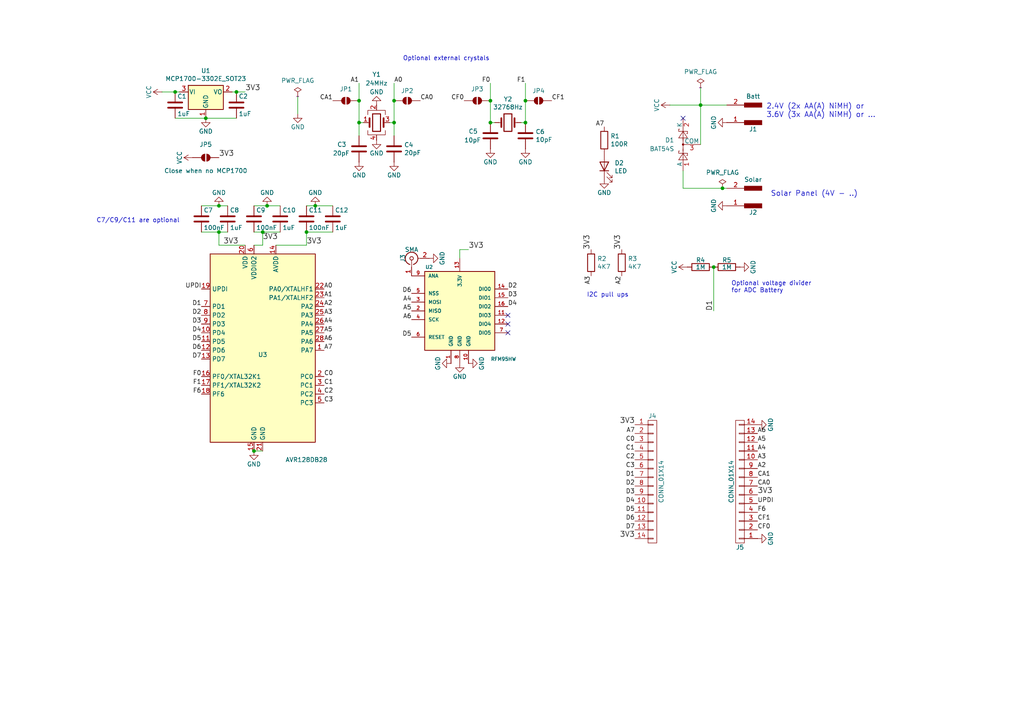
<source format=kicad_sch>
(kicad_sch (version 20250114) (generator "eeschema") (generator_version "9.0")
  (paper "A4")
  (title_block (title "AVR RFM95 Board") (date "2021-09-19") (rev "1.1") (company "http://v7f.eu"))
  (lib_symbols
    (symbol "AVR:AVR128DB28"
      (property "Reference" "U" (at -15.24 27.94 0))
      (property "Value" "AVR128DB28" (at 2.54 -29.21 0))
      (symbol "AVR128DB28_0_0"
        (pin bidirectional line (at -17.78 -11.43 0) (length 2.54) (name "PF1/XTAL32K2") (number "17"))
        (pin bidirectional line (at -17.78 -13.97 0) (length 2.54) (name "PF6") (number "18"))
      )
      (symbol "AVR128DB28_0_1"
        (rectangle (start -15.24 26.67) (end 15.24 -27.94) (stroke (width 0.254)) (fill (type background)))
      )
      (symbol "AVR128DB28_1_1"
        (pin bidirectional line (at -17.78 16.51 0) (length 2.54) (name "UPDI") (number "19"))
        (pin bidirectional line (at -17.78 11.43 0) (length 2.54) (name "PD1") (number "7"))
        (pin bidirectional line (at -17.78 8.89 0) (length 2.54) (name "PD2") (number "8"))
        (pin bidirectional line (at -17.78 6.35 0) (length 2.54) (name "PD3") (number "9"))
        (pin bidirectional line (at -17.78 3.81 0) (length 2.54) (name "PD4") (number "10"))
        (pin bidirectional line (at -17.78 1.27 0) (length 2.54) (name "PD5") (number "11"))
        (pin bidirectional line (at -17.78 -1.27 0) (length 2.54) (name "PD6") (number "12"))
        (pin bidirectional line (at -17.78 -3.81 0) (length 2.54) (name "PD7") (number "13"))
        (pin bidirectional line (at -17.78 -8.89 0) (length 2.54) (name "PF0/XTAL32K1") (number "16"))
        (pin power_in line (at -5.08 29.21 270) (length 2.54) (name "VDD") (number "20"))
        (pin power_in line (at -2.54 29.21 270) (length 2.54) (name "VDDIO2") (number "6"))
        (pin power_in line (at -2.54 -30.48 90) (length 2.54) (name "GND") (number "15"))
        (pin power_in line (at 0 -30.48 90) (length 2.54) (name "GND") (number "21"))
        (pin power_in line (at 3.81 29.21 270) (length 2.54) (name "AVDD") (number "14"))
        (pin bidirectional line (at 17.78 16.51 180) (length 2.54) (name "PA0/XTALHF1") (number "22"))
        (pin bidirectional line (at 17.78 13.97 180) (length 2.54) (name "PA1/XTALHF2") (number "23"))
        (pin bidirectional line (at 17.78 11.43 180) (length 2.54) (name "PA2") (number "24"))
        (pin bidirectional line (at 17.78 8.89 180) (length 2.54) (name "PA3") (number "25"))
        (pin bidirectional line (at 17.78 6.35 180) (length 2.54) (name "PA4") (number "26"))
        (pin bidirectional line (at 17.78 3.81 180) (length 2.54) (name "PA5") (number "27"))
        (pin bidirectional line (at 17.78 1.27 180) (length 2.54) (name "PA6") (number "28"))
        (pin bidirectional line (at 17.78 -1.27 180) (length 2.54) (name "PA7") (number "1"))
        (pin bidirectional line (at 17.78 -8.89 180) (length 2.54) (name "PC0") (number "2"))
        (pin bidirectional line (at 17.78 -11.43 180) (length 2.54) (name "PC1") (number "3"))
        (pin bidirectional line (at 17.78 -13.97 180) (length 2.54) (name "PC2") (number "4"))
        (pin bidirectional line (at 17.78 -16.51 180) (length 2.54) (name "PC3") (number "5"))
      )
    )
    (symbol "Connector:Conn_Coaxial" (pin_names (offset 1.016) (hide yes))
      (property "Reference" "J" (at 0.254 3.048 0))
      (property "Value" "Conn_Coaxial" (at 2.921 0 90))
      (symbol "Conn_Coaxial_0_1"
        (polyline (pts (xy -2.54 0) (xy -0.508 0)))
        (arc (start 1.778 0) (mid 0.222 -1.8079) (end -1.778 -0.508) (stroke (width 0.254)))
        (arc (start -1.778 0.508) (mid 0.2221 1.8084) (end 1.778 0) (stroke (width 0.254)))
        (circle (center 0 0) (radius 0.508) (stroke (width 0.2032)))
        (polyline (pts (xy 0 -2.54) (xy 0 -1.778)))
      )
      (symbol "Conn_Coaxial_1_1"
        (pin passive line (at -5.08 0 0) (length 2.54) (name "In") (number "1"))
        (pin passive line (at 0 -5.08 90) (length 2.54) (name "Ext") (number "2"))
      )
    )
    (symbol "Device:C" (pin_numbers (hide yes)) (pin_names (offset 0.254))
      (property "Reference" "C" (at 0.635 2.54 0))
      (property "Value" "C" (at 0.635 -2.54 0))
      (symbol "C_0_1"
        (polyline (pts (xy -2.032 0.762) (xy 2.032 0.762)) (stroke (width 0.508)))
        (polyline (pts (xy -2.032 -0.762) (xy 2.032 -0.762)) (stroke (width 0.508)))
      )
      (symbol "C_1_1"
        (pin passive line (at 0 3.81 270) (length 2.794) (name "~") (number "1"))
        (pin passive line (at 0 -3.81 90) (length 2.794) (name "~") (number "2"))
      )
    )
    (symbol "Device:Crystal" (pin_numbers (hide yes)) (pin_names (offset 1.016) (hide yes))
      (property "Reference" "Y" (at 0 3.81 0))
      (property "Value" "Crystal" (at 0 -3.81 0))
      (symbol "Crystal_0_1"
        (polyline (pts (xy -2.54 0) (xy -1.905 0)))
        (polyline (pts (xy -1.905 -1.27) (xy -1.905 1.27)) (stroke (width 0.508)))
        (rectangle (start -1.143 2.54) (end 1.143 -2.54) (stroke (width 0.3048)))
        (polyline (pts (xy 1.905 -1.27) (xy 1.905 1.27)) (stroke (width 0.508)))
        (polyline (pts (xy 2.54 0) (xy 1.905 0)))
      )
      (symbol "Crystal_1_1"
        (pin passive line (at -3.81 0 0) (length 1.27) (name "1") (number "1"))
        (pin passive line (at 3.81 0 180) (length 1.27) (name "2") (number "2"))
      )
    )
    (symbol "Device:Crystal_GND24" (pin_names (offset 1.016) (hide yes))
      (property "Reference" "Y" (at 3.175 5.08 0))
      (property "Value" "Crystal_GND24" (at 3.175 3.175 0))
      (symbol "Crystal_GND24_0_1"
        (polyline (pts (xy -2.54 2.286) (xy -2.54 3.556) (xy 2.54 3.556) (xy 2.54 2.286)))
        (polyline (pts (xy -2.54 0) (xy -2.032 0)))
        (polyline (pts (xy -2.54 -2.286) (xy -2.54 -3.556) (xy 2.54 -3.556) (xy 2.54 -2.286)))
        (polyline (pts (xy -2.032 -1.27) (xy -2.032 1.27)) (stroke (width 0.508)))
        (rectangle (start -1.143 2.54) (end 1.143 -2.54) (stroke (width 0.3048)))
        (polyline (pts (xy 0 3.556) (xy 0 3.81)))
        (polyline (pts (xy 0 -3.81) (xy 0 -3.556)))
        (polyline (pts (xy 2.032 0) (xy 2.54 0)))
        (polyline (pts (xy 2.032 -1.27) (xy 2.032 1.27)) (stroke (width 0.508)))
      )
      (symbol "Crystal_GND24_1_1"
        (pin passive line (at -3.81 0 0) (length 1.27) (name "1") (number "1"))
        (pin passive line (at 0 5.08 270) (length 1.27) (name "2") (number "2"))
        (pin passive line (at 0 -5.08 90) (length 1.27) (name "4") (number "4"))
        (pin passive line (at 3.81 0 180) (length 1.27) (name "3") (number "3"))
      )
    )
    (symbol "Device:LED" (pin_numbers (hide yes)) (pin_names (offset 1.016) (hide yes))
      (property "Reference" "D" (at 0 2.54 0))
      (property "Value" "LED" (at 0 -2.54 0))
      (symbol "LED_0_1"
        (polyline (pts (xy -3.048 -0.762) (xy -4.572 -2.286) (xy -3.81 -2.286) (xy -4.572 -2.286) (xy -4.572 -1.524)))
        (polyline (pts (xy -1.778 -0.762) (xy -3.302 -2.286) (xy -2.54 -2.286) (xy -3.302 -2.286) (xy -3.302 -1.524)))
        (polyline (pts (xy -1.27 0) (xy 1.27 0)))
        (polyline (pts (xy -1.27 -1.27) (xy -1.27 1.27)) (stroke (width 0.254)))
        (polyline (pts (xy 1.27 -1.27) (xy 1.27 1.27) (xy -1.27 0) (xy 1.27 -1.27)) (stroke (width 0.254)))
      )
      (symbol "LED_1_1"
        (pin passive line (at -3.81 0 0) (length 2.54) (name "K") (number "1"))
        (pin passive line (at 3.81 0 180) (length 2.54) (name "A") (number "2"))
      )
    )
    (symbol "Device:R" (pin_numbers (hide yes)) (pin_names (offset 0))
      (property "Reference" "R" (at 2.032 0 90))
      (property "Value" "R" (at 0 0 90))
      (symbol "R_0_1"
        (rectangle (start -1.016 -2.54) (end 1.016 2.54) (stroke (width 0.254)))
      )
      (symbol "R_1_1"
        (pin passive line (at 0 3.81 270) (length 1.27) (name "~") (number "1"))
        (pin passive line (at 0 -3.81 90) (length 1.27) (name "~") (number "2"))
      )
    )
    (symbol "Diode:BAT54S" (pin_names (offset 0))
      (property "Reference" "D" (at 2.54 -5.08 0))
      (property "Value" "BAT54S" (at -6.35 3.175 0))
      (symbol "BAT54S_0_1"
        (polyline (pts (xy -4.445 1.27) (xy -4.445 -1.27) (xy -2.54 0) (xy -4.445 1.27)))
        (polyline (pts (xy -3.81 0) (xy -1.27 0)))
        (polyline (pts (xy -3.175 -1.27) (xy -3.175 -1.016)))
        (polyline (pts (xy -2.54 1.27) (xy -1.905 1.27)))
        (polyline (pts (xy -2.54 -1.27) (xy -3.175 -1.27)))
        (polyline (pts (xy -2.54 -1.27) (xy -2.54 1.27)))
        (polyline (pts (xy -1.905 1.27) (xy -1.905 1.016)))
        (polyline (pts (xy -1.905 0) (xy 1.905 0)))
        (circle (center 0 0) (radius 0.254) (fill (type outline)))
        (polyline (pts (xy 1.27 0) (xy 3.81 0)))
        (polyline (pts (xy 1.905 1.27) (xy 1.905 -1.27) (xy 3.81 0) (xy 1.905 1.27)))
        (polyline (pts (xy 3.175 -1.27) (xy 3.175 -1.016)))
        (polyline (pts (xy 3.81 1.27) (xy 4.445 1.27)))
        (polyline (pts (xy 3.81 -1.27) (xy 3.175 -1.27)))
        (polyline (pts (xy 3.81 -1.27) (xy 3.81 1.27)))
        (polyline (pts (xy 4.445 1.27) (xy 4.445 1.016)))
      )
      (symbol "BAT54S_1_1"
        (pin passive line (at -7.62 0 0) (length 3.81) (name "A") (number "1"))
        (pin passive line (at 0 -5.08 90) (length 5.08) (name "COM") (number "3"))
        (pin passive line (at 7.62 0 180) (length 3.81) (name "K") (number "2"))
      )
    )
    (symbol "Jumper:SolderJumper_2_Open" (pin_numbers (hide yes)) (pin_names (offset 0) (hide yes)) (exclude_from_sim yes) (in_bom no)
      (property "Reference" "JP" (at 0 2.032 0))
      (property "Value" "SolderJumper_2_Open" (at 0 -2.54 0))
      (symbol "SolderJumper_2_Open_0_1"
        (polyline (pts (xy -0.254 1.016) (xy -0.254 -1.016)))
        (arc (start -0.254 -1.016) (mid -1.2656 0) (end -0.254 1.016))
        (arc (start -0.254 -1.016) (mid -1.2656 0) (end -0.254 1.016) (fill (type outline)))
        (arc (start 0.254 1.016) (mid 1.2656 0) (end 0.254 -1.016))
        (arc (start 0.254 1.016) (mid 1.2656 0) (end 0.254 -1.016) (fill (type outline)))
        (polyline (pts (xy 0.254 1.016) (xy 0.254 -1.016)))
      )
      (symbol "SolderJumper_2_Open_1_1"
        (pin passive line (at -3.81 0 0) (length 2.54) (name "A") (number "1"))
        (pin passive line (at 3.81 0 180) (length 2.54) (name "B") (number "2"))
      )
    )
    (symbol "RFM95:RFM95HW" (pin_names (offset 1.016))
      (property "Reference" "U" (at -8.89 6.35 0))
      (property "Value" "RFM95HW" (at 6.35 -19.05 0))
      (property "Datasheet" "https://cdn-learn.adafruit.com/assets/assets/000/031/659/original/RFM95_96_97_98W.pdf?1460518717" (at 0 0 0))
      (symbol "RFM95HW_0_1"
        (rectangle (start -10.16 5.08) (end 10.16 -17.78) (stroke (width 0.254)) (fill (type background)))
      )
      (symbol "RFM95HW_1_1"
        (pin passive line (at -13.97 3.81 0) (length 3.81) (name "ANA") (number "9"))
        (pin input line (at -13.97 -1.27 0) (length 3.81) (name "NSS") (number "5"))
        (pin input line (at -13.97 -3.81 0) (length 3.81) (name "MOSI") (number "3"))
        (pin tri_state line (at -13.97 -6.35 0) (length 3.81) (name "MISO") (number "2"))
        (pin input line (at -13.97 -8.89 0) (length 3.81) (name "SCK") (number "4"))
        (pin bidirectional line (at -13.97 -13.97 0) (length 3.81) (name "RESET") (number "6"))
        (pin power_in line (at -2.54 -21.59 90) (length 3.81) (name "GND") (number "1"))
        (pin power_in line (at 0 8.89 270) (length 3.81) (name "3.3V") (number "13"))
        (pin power_in line (at 0 -21.59 90) (length 3.81) (name "GND") (number "8"))
        (pin power_in line (at 2.54 -21.59 90) (length 3.81) (name "GND") (number "10"))
        (pin bidirectional line (at 13.97 0 180) (length 3.81) (name "DIO0") (number "14"))
        (pin bidirectional line (at 13.97 -2.54 180) (length 3.81) (name "DIO1") (number "15"))
        (pin bidirectional line (at 13.97 -5.08 180) (length 3.81) (name "DIO2") (number "16"))
        (pin bidirectional line (at 13.97 -7.62 180) (length 3.81) (name "DIO3") (number "11"))
        (pin bidirectional line (at 13.97 -10.16 180) (length 3.81) (name "DIO4") (number "12"))
        (pin bidirectional line (at 13.97 -12.7 180) (length 3.81) (name "DIO5") (number "7"))
      )
    )
    (symbol "Regulator_Linear:MCP1700x-330xxTT" (pin_names (offset 0.254))
      (property "Reference" "U" (at -3.81 3.175 0))
      (property "Value" "MCP1700x-330xxTT" (at 0 3.175 0))
      (symbol "MCP1700x-330xxTT_0_1"
        (rectangle (start -5.08 1.905) (end 5.08 -5.08) (stroke (width 0.254)) (fill (type background)))
      )
      (symbol "MCP1700x-330xxTT_1_1"
        (pin power_in line (at -7.62 0 0) (length 2.54) (name "VI") (number "3"))
        (pin power_in line (at 0 -7.62 90) (length 2.54) (name "GND") (number "1"))
        (pin power_out line (at 7.62 0 180) (length 2.54) (name "VO") (number "2"))
      )
    )
    (symbol "STM-LORA-rescue:C" (pin_numbers (hide yes)) (pin_names (offset 0.254))
      (property "Reference" "C" (at 0.635 2.54 0))
      (property "Value" "C" (at 0.635 -2.54 0))
      (symbol "C_0_1"
        (polyline (pts (xy -2.032 0.762) (xy 2.032 0.762)) (stroke (width 0.508)))
        (polyline (pts (xy -2.032 -0.762) (xy 2.032 -0.762)) (stroke (width 0.508)))
      )
      (symbol "C_1_1"
        (pin passive line (at 0 3.81 270) (length 2.794) (name "~") (number "1"))
        (pin passive line (at 0 -3.81 90) (length 2.794) (name "~") (number "2"))
      )
    )
    (symbol "STM-LORA-rescue:CONN_01X02_MALE" (pin_names (offset 1.016) (hide yes))
      (property "Reference" "J" (at 0 4.445 0))
      (property "Value" "CONN_01X02_MALE" (at 0 -5.08 0))
      (symbol "CONN_01X02_MALE_0_1"
        (rectangle (start -2.54 3.175) (end -2.54 3.175))
        (rectangle (start -2.54 -1.905) (end 2.54 -3.175) (fill (type outline)))
        (rectangle (start 2.54 3.175) (end -2.54 1.905) (fill (type outline)))
      )
      (symbol "CONN_01X02_MALE_1_1"
        (pin passive line (at 7.62 2.54 180) (length 5.08) (name "1") (number "1"))
        (pin passive line (at 7.62 -2.54 180) (length 5.08) (name "2") (number "2"))
      )
    )
    (symbol "STM-LORA-rescue:CONN_01X14" (pin_names (offset 1.016) (hide yes))
      (property "Reference" "J" (at 0 19.05 0))
      (property "Value" "CONN_01X14" (at 2.54 0 90))
      (symbol "CONN_01X14_0_1"
        (rectangle (start -1.27 17.78) (end 1.27 -17.78))
        (rectangle (start -1.27 16.637) (end 0.254 16.383))
        (rectangle (start -1.27 14.097) (end 0.254 13.843))
        (rectangle (start -1.27 11.557) (end 0.254 11.303))
        (rectangle (start -1.27 9.017) (end 0.254 8.763))
        (rectangle (start -1.27 6.477) (end 0.254 6.223))
        (rectangle (start -1.27 3.937) (end 0.254 3.683))
        (rectangle (start -1.27 1.397) (end 0.254 1.143))
        (rectangle (start -1.27 -1.143) (end 0.254 -1.397))
        (rectangle (start -1.27 -3.683) (end 0.254 -3.937))
        (rectangle (start -1.27 -6.223) (end 0.254 -6.477))
        (rectangle (start -1.27 -8.763) (end 0.254 -9.017))
        (rectangle (start -1.27 -11.303) (end 0.254 -11.557))
        (rectangle (start -1.27 -13.843) (end 0.254 -14.097))
        (rectangle (start -1.27 -16.383) (end 0.254 -16.637))
      )
      (symbol "CONN_01X14_1_1"
        (pin passive line (at -5.08 16.51 0) (length 3.81) (name "P1") (number "1"))
        (pin passive line (at -5.08 13.97 0) (length 3.81) (name "P2") (number "2"))
        (pin passive line (at -5.08 11.43 0) (length 3.81) (name "P3") (number "3"))
        (pin passive line (at -5.08 8.89 0) (length 3.81) (name "P4") (number "4"))
        (pin passive line (at -5.08 6.35 0) (length 3.81) (name "P5") (number "5"))
        (pin passive line (at -5.08 3.81 0) (length 3.81) (name "P6") (number "6"))
        (pin passive line (at -5.08 1.27 0) (length 3.81) (name "P7") (number "7"))
        (pin passive line (at -5.08 -1.27 0) (length 3.81) (name "P8") (number "8"))
        (pin passive line (at -5.08 -3.81 0) (length 3.81) (name "P9") (number "9"))
        (pin passive line (at -5.08 -6.35 0) (length 3.81) (name "P10") (number "10"))
        (pin passive line (at -5.08 -8.89 0) (length 3.81) (name "P11") (number "11"))
        (pin passive line (at -5.08 -11.43 0) (length 3.81) (name "P12") (number "12"))
        (pin passive line (at -5.08 -13.97 0) (length 3.81) (name "P13") (number "13"))
        (pin passive line (at -5.08 -16.51 0) (length 3.81) (name "P14") (number "14"))
      )
    )
    (symbol "STM-LORA-rescue:R" (pin_numbers (hide yes)) (pin_names (offset 0))
      (property "Reference" "R" (at 2.032 0 90))
      (property "Value" "R" (at 0 0 90))
      (symbol "R_0_1"
        (rectangle (start -1.016 -2.54) (end 1.016 2.54) (stroke (width 0.254)))
      )
      (symbol "R_1_1"
        (pin passive line (at 0 3.81 270) (length 1.27) (name "~") (number "1"))
        (pin passive line (at 0 -3.81 90) (length 1.27) (name "~") (number "2"))
      )
    )
    (symbol "power:GND" (power) (pin_numbers (hide yes)) (pin_names (offset 0) (hide yes))
      (property "Value" "GND" (at 0 -3.81 0))
      (symbol "GND_0_1"
        (polyline (pts (xy 0 0) (xy 0 -1.27) (xy 1.27 -1.27) (xy 0 -2.54) (xy -1.27 -1.27) (xy 0 -1.27)))
      )
      (symbol "GND_1_1"
        (pin power_in line (at 0 0 270) (length 0) (name "~") (number "1"))
      )
    )
    (symbol "power:PWR_FLAG" (power) (pin_numbers (hide yes)) (pin_names (offset 0) (hide yes))
      (property "Value" "PWR_FLAG" (at 0 3.81 0))
      (symbol "PWR_FLAG_0_0"
        (pin power_out line (at 0 0 90) (length 0) (name "~") (number "1"))
      )
      (symbol "PWR_FLAG_0_1"
        (polyline (pts (xy 0 0) (xy 0 1.27) (xy -1.016 1.905) (xy 0 2.54) (xy 1.016 1.905) (xy 0 1.27)))
      )
    )
    (symbol "power:VCC" (power) (pin_numbers (hide yes)) (pin_names (offset 0) (hide yes))
      (property "Value" "VCC" (at 0 3.556 0))
      (symbol "VCC_0_1"
        (polyline (pts (xy -0.762 1.27) (xy 0 2.54)))
        (polyline (pts (xy 0 2.54) (xy 0.762 1.27)))
        (polyline (pts (xy 0 0) (xy 0 2.54)))
      )
      (symbol "VCC_1_1"
        (pin power_in line (at 0 0 90) (length 0) (name "~") (number "1"))
      )
    )
  )
  (text "Optional external crystals" (at 116.84 17.78 0) (effects (font (size 1.27 1.27)) (justify left bottom)))
  (text "Solar Panel (4V - ..)" (at 223.52 57.15 0) (effects (font (size 1.524 1.524)) (justify left bottom)))
  (text "C7/C9/C11 are optional" (at 27.94 64.77 0) (effects (font (size 1.27 1.27)) (justify left bottom)))
  (text "I2C pull ups" (at 170.18 86.36 0) (effects (font (size 1.27 1.27)) (justify left bottom)))
  (text "2.4V (2x AA(A) NiMH) or\n3.6V (3x AA(A) NiMH) or ..." (at 222.25 34.29 0) (effects (font (size 1.524 1.524)) (justify left bottom)))
  (text "Optional voltage divider\nfor ADC Battery" (at 212.09 85.09 0) (effects (font (size 1.27 1.27)) (justify left bottom)))
  (junction (at 73.66 130.81))
  (junction (at 207.01 77.47))
  (junction (at 209.55 54.61))
  (junction (at 50.8 26.67))
  (junction (at 114.3 35.56))
  (junction (at 77.47 59.69))
  (junction (at 63.5 59.69))
  (junction (at 104.14 29.21))
  (junction (at 91.44 59.69))
  (junction (at 68.58 26.67))
  (junction (at 59.69 34.29))
  (junction (at 203.2 30.48))
  (junction (at 152.4 35.56))
  (junction (at 63.5 67.31))
  (junction (at 88.9 67.31))
  (junction (at 76.2 67.31))
  (junction (at 114.3 29.21))
  (junction (at 152.4 29.21))
  (junction (at 104.14 35.56))
  (junction (at 142.24 35.56))
  (junction (at 142.24 29.21))
  (no_connect (at 147.32 91.44))
  (no_connect (at 147.32 93.98))
  (no_connect (at 147.32 96.52))
  (no_connect (at 198.12 34.29))
  (wire (pts (xy 76.2 71.12) (xy 76.2 67.31)))
  (wire (pts (xy 63.5 71.12) (xy 63.5 67.31)))
  (wire (pts (xy 114.3 35.56) (xy 114.3 39.37)))
  (wire (pts (xy 142.24 29.21) (xy 142.24 35.56)))
  (wire (pts (xy 114.3 29.21) (xy 114.3 35.56)))
  (wire (pts (xy 80.01 71.12) (xy 88.9 71.12)))
  (wire (pts (xy 142.24 24.13) (xy 142.24 29.21)))
  (wire (pts (xy 143.51 35.56) (xy 142.24 35.56)))
  (wire (pts (xy 198.12 54.61) (xy 198.12 49.53)))
  (wire (pts (xy 67.31 26.67) (xy 68.58 26.67)))
  (wire (pts (xy 71.12 71.12) (xy 63.5 71.12)))
  (wire (pts (xy 58.42 59.69) (xy 63.5 59.69)))
  (wire (pts (xy 104.14 29.21) (xy 104.14 35.56)))
  (wire (pts (xy 152.4 24.13) (xy 152.4 29.21)))
  (wire (pts (xy 209.55 54.61) (xy 210.82 54.61)))
  (wire (pts (xy 88.9 67.31) (xy 96.52 67.31)))
  (wire (pts (xy 88.9 71.12) (xy 88.9 67.31)))
  (wire (pts (xy 104.14 35.56) (xy 104.14 39.37)))
  (wire (pts (xy 63.5 67.31) (xy 66.04 67.31)))
  (wire (pts (xy 46.99 26.67) (xy 50.8 26.67)))
  (wire (pts (xy 104.14 24.13) (xy 104.14 29.21)))
  (wire (pts (xy 88.9 59.69) (xy 91.44 59.69)))
  (wire (pts (xy 133.35 72.39) (xy 133.35 74.93)))
  (wire (pts (xy 194.31 30.48) (xy 203.2 30.48)))
  (wire (pts (xy 73.66 71.12) (xy 76.2 71.12)))
  (wire (pts (xy 198.12 54.61) (xy 209.55 54.61)))
  (wire (pts (xy 151.13 35.56) (xy 152.4 35.56)))
  (wire (pts (xy 203.2 30.48) (xy 203.2 41.91)))
  (wire (pts (xy 50.8 34.29) (xy 59.69 34.29)))
  (wire (pts (xy 76.2 67.31) (xy 81.28 67.31)))
  (wire (pts (xy 207.01 90.17) (xy 207.01 77.47)))
  (wire (pts (xy 68.58 26.67) (xy 71.12 26.67)))
  (wire (pts (xy 59.69 34.29) (xy 68.58 34.29)))
  (wire (pts (xy 73.66 67.31) (xy 76.2 67.31)))
  (wire (pts (xy 63.5 59.69) (xy 66.04 59.69)))
  (wire (pts (xy 152.4 29.21) (xy 152.4 35.56)))
  (wire (pts (xy 135.89 72.39) (xy 133.35 72.39)))
  (wire (pts (xy 73.66 59.69) (xy 77.47 59.69)))
  (wire (pts (xy 77.47 59.69) (xy 81.28 59.69)))
  (wire (pts (xy 86.36 33.02) (xy 86.36 27.94)))
  (wire (pts (xy 203.2 30.48) (xy 203.2 25.4)))
  (wire (pts (xy 91.44 59.69) (xy 96.52 59.69)))
  (wire (pts (xy 114.3 24.13) (xy 114.3 29.21)))
  (wire (pts (xy 113.03 35.56) (xy 114.3 35.56)))
  (wire (pts (xy 105.41 35.56) (xy 104.14 35.56)))
  (wire (pts (xy 76.2 130.81) (xy 73.66 130.81)))
  (wire (pts (xy 58.42 67.31) (xy 63.5 67.31)))
  (wire (pts (xy 203.2 30.48) (xy 210.82 30.48)))
  (wire (pts (xy 50.8 26.67) (xy 52.07 26.67)))
  (label "C0" (at 184.15 128.27 180))
  (label "A1" (at 93.98 86.36 0))
  (label "C3" (at 184.15 135.89 180))
  (label "D5" (at 184.15 148.59 180))
  (label "A6" (at 119.38 92.71 180))
  (label "CF0" (at 219.71 153.67 0))
  (label "D4" (at 184.15 146.05 180))
  (label "A5" (at 219.71 128.27 0))
  (label "3V3" (at 63.5 45.72 0) (effects (font (size 1.524 1.524))))
  (label "A0" (at 114.3 24.13 0))
  (label "A2" (at 219.71 135.89 0))
  (label "A5" (at 119.38 90.17 180))
  (label "C2" (at 184.15 133.35 180))
  (label "D2" (at 184.15 140.97 180))
  (label "A3" (at 219.71 133.35 0))
  (label "A4" (at 219.71 130.81 0))
  (label "3V3" (at 171.45 72.39 90) (effects (font (size 1.524 1.524))))
  (label "CF1" (at 160.02 29.21 0))
  (label "A0" (at 93.98 83.82 0))
  (label "D6" (at 58.42 101.6 180))
  (label "C2" (at 93.98 114.3 0))
  (label "3V3" (at 180.34 72.39 90) (effects (font (size 1.524 1.524))))
  (label "CF1" (at 219.71 151.13 0))
  (label "UPDI" (at 58.42 83.82 180))
  (label "F6" (at 219.71 148.59 0))
  (label "A4" (at 119.38 87.63 180))
  (label "CF0" (at 134.62 29.21 180))
  (label "D2" (at 58.42 91.44 180))
  (label "A4" (at 93.98 93.98 0))
  (label "A7" (at 93.98 101.6 0))
  (label "UPDI" (at 219.71 146.05 0))
  (label "F6" (at 58.42 114.3 180))
  (label "D5" (at 119.38 97.79 180))
  (label "F0" (at 58.42 109.22 180))
  (label "A5" (at 93.98 96.52 0))
  (label "D7" (at 184.15 153.67 180))
  (label "A1" (at 104.14 24.13 180))
  (label "CA1" (at 96.52 29.21 180))
  (label "3V3" (at 64.77 71.12 0) (effects (font (size 1.524 1.524))))
  (label "D7" (at 58.42 104.14 180))
  (label "F1" (at 58.42 111.76 180))
  (label "D1" (at 184.15 138.43 180))
  (label "3V3" (at 71.12 26.67 0) (effects (font (size 1.524 1.524))))
  (label "D5" (at 58.42 99.06 180))
  (label "D4" (at 147.32 88.9 0))
  (label "D2" (at 147.32 83.82 0))
  (label "C1" (at 93.98 111.76 0))
  (label "D6" (at 184.15 151.13 180))
  (label "CA1" (at 219.71 138.43 0))
  (label "A3" (at 171.45 80.01 270))
  (label "3V3" (at 88.9 71.12 0) (effects (font (size 1.524 1.524))))
  (label "A6" (at 219.71 125.73 0))
  (label "A6" (at 93.98 99.06 0))
  (label "F1" (at 152.4 24.13 180))
  (label "D1" (at 58.42 88.9 180))
  (label "D1" (at 207.01 90.17 90) (effects (font (size 1.524 1.524))))
  (label "CA0" (at 219.71 140.97 0))
  (label "A2" (at 93.98 88.9 0))
  (label "D3" (at 58.42 93.98 180))
  (label "A3" (at 93.98 91.44 0))
  (label "D6" (at 119.38 85.09 180))
  (label "3V3" (at 184.15 156.21 180) (effects (font (size 1.524 1.524))))
  (label "D3" (at 184.15 143.51 180))
  (label "3V3" (at 184.15 123.19 180) (effects (font (size 1.524 1.524))))
  (label "3V3" (at 219.71 143.51 0) (effects (font (size 1.524 1.524))))
  (label "D4" (at 58.42 96.52 180))
  (label "C3" (at 93.98 116.84 0))
  (label "A7" (at 175.26 36.83 180))
  (label "C0" (at 93.98 109.22 0))
  (label "3V3" (at 76.2 69.85 0) (effects (font (size 1.524 1.524))))
  (label "C1" (at 184.15 130.81 180))
  (label "F0" (at 142.24 24.13 180))
  (label "A2" (at 180.34 80.01 270))
  (label "CA0" (at 121.92 29.21 0))
  (label "3V3" (at 135.89 72.39 0) (effects (font (size 1.524 1.524))))
  (label "D3" (at 147.32 86.36 0))
  (label "A7" (at 184.15 125.73 180))
  (symbol (lib_id "power:VCC") (at 194.31 30.48 90) (unit 1)
    (property "Reference" "#PWR02" (effects (hide yes)))
    (property "Value" "VCC" (at 190.5 30.48 0))
    (property "Description" "Power symbol creates a global label with name \"VCC\"" (effects (hide yes)))
  )
  (symbol (lib_id "RFM95:RFM95HW") (at 133.35 83.82 0) (unit 1)
    (property "Reference" "U2" (at 124.46 77.47 0) (effects (font (size 1.016 1.016))))
    (property "Value" "RFM95HW" (at 146.05 104.14 0) (effects (font (size 1.016 1.016))))
    (property "Footprint" "RFM:RFM95" (effects (hide yes)))
    (property "Datasheet" "https://cdn-learn.adafruit.com/assets/assets/000/031/659/original/RFM95_96_97_98W.pdf?1460518717" (effects (hide yes)))
    (property "Description" "RFM95HW, LORA +20dBm HopeRF Wireless Transceiver, Vcc=3.3V" (effects (hide yes)))
  )
  (symbol (lib_id "power:GND") (at 130.81 105.41 270) (unit 1)
    (property "Reference" "#PWR018" (effects (hide yes)))
    (property "Value" "GND" (at 127 105.41 0))
    (property "Description" "Power symbol creates a global label with name \"GND\" , ground" (effects (hide yes)))
  )
  (symbol (lib_id "power:GND") (at 133.35 105.41 0) (unit 1)
    (property "Reference" "#PWR019" (effects (hide yes)))
    (property "Value" "GND" (at 133.35 109.22 0))
    (property "Description" "Power symbol creates a global label with name \"GND\" , ground" (effects (hide yes)))
  )
  (symbol (lib_id "power:GND") (at 135.89 105.41 90) (unit 1)
    (property "Reference" "#PWR020" (effects (hide yes)))
    (property "Value" "GND" (at 139.7 105.41 0))
    (property "Description" "Power symbol creates a global label with name \"GND\" , ground" (effects (hide yes)))
  )
  (symbol (lib_id "power:GND") (at 86.36 33.02 0) (unit 1)
    (property "Reference" "#PWR03" (effects (hide yes)))
    (property "Value" "GND" (at 86.36 36.83 0))
    (property "Description" "Power symbol creates a global label with name \"GND\" , ground" (effects (hide yes)))
  )
  (symbol (lib_id "STM-LORA-rescue:R") (at 210.82 77.47 90) (unit 1)
    (property "Reference" "R5" (at 210.82 75.438 90))
    (property "Value" "1M" (at 210.82 77.47 90))
    (property "Footprint" "Resistor_SMD:R_0805_2012Metric" (effects (hide yes)))
  )
  (symbol (lib_id "STM-LORA-rescue:R") (at 203.2 77.47 90) (unit 1)
    (property "Reference" "R4" (at 203.2 75.438 90))
    (property "Value" "1M" (at 203.2 77.47 90))
    (property "Footprint" "Resistor_SMD:R_0805_2012Metric" (effects (hide yes)))
  )
  (symbol (lib_id "power:VCC") (at 199.39 77.47 90) (unit 1)
    (property "Reference" "#PWR016" (effects (hide yes)))
    (property "Value" "VCC" (at 195.58 77.47 0))
    (property "Description" "Power symbol creates a global label with name \"VCC\"" (effects (hide yes)))
  )
  (symbol (lib_id "power:GND") (at 214.63 77.47 90) (unit 1)
    (property "Reference" "#PWR017" (effects (hide yes)))
    (property "Value" "GND" (at 218.44 77.47 0))
    (property "Description" "Power symbol creates a global label with name \"GND\" , ground" (effects (hide yes)))
  )
  (symbol (lib_id "power:PWR_FLAG") (at 86.36 27.94 0) (unit 1)
    (property "Reference" "#FLG02" (effects (hide yes)))
    (property "Value" "PWR_FLAG" (at 86.36 23.368 0))
    (property "Datasheet" "~" (at 86.36 27.94 0))
    (property "Description" "Special symbol for telling ERC where power comes from" (effects (hide yes)))
  )
  (symbol (lib_id "power:PWR_FLAG") (at 203.2 25.4 0) (unit 1)
    (property "Reference" "#FLG01" (effects (hide yes)))
    (property "Value" "PWR_FLAG" (at 203.2 20.828 0))
    (property "Datasheet" "~" (at 203.2 25.4 0))
    (property "Description" "Special symbol for telling ERC where power comes from" (effects (hide yes)))
  )
  (symbol (lib_id "power:PWR_FLAG") (at 209.55 54.61 0) (unit 1)
    (property "Reference" "#FLG03" (effects (hide yes)))
    (property "Value" "PWR_FLAG" (at 209.55 50.038 0))
    (property "Datasheet" "~" (at 209.55 54.61 0))
    (property "Description" "Special symbol for telling ERC where power comes from" (effects (hide yes)))
  )
  (symbol (lib_id "STM-LORA-rescue:CONN_01X02_MALE") (at 218.44 33.02 180) (unit 1)
    (property "Reference" "J1" (at 218.44 37.465 0))
    (property "Value" "Batt" (at 218.44 27.94 0))
    (property "Footprint" "Connector_PinHeader_2.54mm:PinHeader_1x02_P2.54mm_Vertical" (effects (hide yes)))
  )
  (symbol (lib_id "power:GND") (at 210.82 35.56 270) (unit 1)
    (property "Reference" "#PWR05" (effects (hide yes)))
    (property "Value" "GND" (at 207.01 35.56 0))
    (property "Description" "Power symbol creates a global label with name \"GND\" , ground" (effects (hide yes)))
  )
  (symbol (lib_id "STM-LORA-rescue:CONN_01X02_MALE") (at 218.44 57.15 180) (unit 1)
    (property "Reference" "J2" (at 218.44 61.595 0))
    (property "Value" "Solar" (at 218.44 52.07 0))
    (property "Footprint" "Connector_PinHeader_2.54mm:PinHeader_1x02_P2.54mm_Vertical" (effects (hide yes)))
  )
  (symbol (lib_id "power:GND") (at 210.82 59.69 270) (unit 1)
    (property "Reference" "#PWR015" (effects (hide yes)))
    (property "Value" "GND" (at 207.01 59.69 0))
    (property "Description" "Power symbol creates a global label with name \"GND\" , ground" (effects (hide yes)))
  )
  (symbol (lib_id "STM-LORA-rescue:CONN_01X14") (at 189.23 139.7 0) (unit 1)
    (property "Reference" "J4" (at 189.23 120.65 0))
    (property "Value" "CONN_01X14" (at 191.77 139.7 90))
    (property "Footprint" "Connector_PinHeader_2.54mm:PinHeader_1x14_P2.54mm_Vertical" (effects (hide yes)))
  )
  (symbol (lib_id "Connector:Conn_Coaxial") (at 119.38 74.93 90) (unit 1)
    (property "Reference" "J3" (at 116.84 74.93 0))
    (property "Value" "SMA" (at 119.38 72.39 90))
    (property "Footprint" "Connector_Coaxial:SMA_Amphenol_132134_Vertical" (effects (hide yes)))
    (property "Description" "coaxial connector (BNC, SMA, SMB, SMC, Cinch/RCA, LEMO, ...)" (effects (hide yes)))
  )
  (symbol (lib_id "AVR:AVR128DB28") (at 76.2 100.33 0) (unit 1)
    (property "Reference" "U3" (at 76.2 102.87 0))
    (property "Value" "AVR128DB28" (at 88.9 133.35 0))
    (property "Footprint" "Package_SO:SOIC-28W_7.5x17.9mm_P1.27mm" (effects (hide yes)))
    (property "Datasheet" "https://www.microchip.com/content/dam/mchp/documents/MCU08/ProductDocuments/DataSheets/AVR128DB28-32-48-64-DataSheet-DS40002247A.pdf" (effects (hide yes)))
    (property "Description" "24MHz, 128kB Flash, 4kB Boot, 16kB SRAM, 512B EEPROM, SOIC-28" (effects (hide yes)))
  )
  (symbol (lib_id "power:GND") (at 73.66 130.81 0) (unit 1)
    (property "Reference" "#PWR022" (effects (hide yes)))
    (property "Value" "GND" (at 73.66 134.62 0))
    (property "Description" "Power symbol creates a global label with name \"GND\" , ground" (effects (hide yes)))
  )
  (symbol (lib_id "STM-LORA-rescue:C") (at 88.9 63.5 0) (unit 1)
    (property "Reference" "C11" (at 89.535 60.96 0) (effects (justify left)))
    (property "Value" "100nF" (at 89.535 66.04 0) (effects (justify left)))
    (property "Footprint" "Capacitor_SMD:C_0805_2012Metric" (effects (hide yes)))
  )
  (symbol (lib_id "STM-LORA-rescue:C") (at 96.52 63.5 0) (unit 1)
    (property "Reference" "C12" (at 97.155 60.96 0) (effects (justify left)))
    (property "Value" "1uF" (at 97.155 66.04 0) (effects (justify left)))
    (property "Footprint" "Capacitor_SMD:C_0805_2012Metric" (effects (hide yes)))
  )
  (symbol (lib_id "STM-LORA-rescue:C") (at 73.66 63.5 0) (unit 1)
    (property "Reference" "C9" (at 74.295 60.96 0) (effects (justify left)))
    (property "Value" "100nF" (at 74.295 66.04 0) (effects (justify left)))
    (property "Footprint" "Capacitor_SMD:C_0805_2012Metric" (effects (hide yes)))
  )
  (symbol (lib_id "STM-LORA-rescue:C") (at 81.28 63.5 0) (unit 1)
    (property "Reference" "C10" (at 81.915 60.96 0) (effects (justify left)))
    (property "Value" "1uF" (at 81.915 66.04 0) (effects (justify left)))
    (property "Footprint" "Capacitor_SMD:C_0805_2012Metric" (effects (hide yes)))
  )
  (symbol (lib_id "Device:C") (at 58.42 63.5 0) (unit 1)
    (property "Reference" "C7" (at 59.055 60.96 0) (effects (justify left)))
    (property "Value" "100nF" (at 59.055 66.04 0) (effects (justify left)))
    (property "Footprint" "Capacitor_SMD:C_0805_2012Metric" (effects (hide yes)))
    (property "Description" "Unpolarized capacitor" (effects (hide yes)))
  )
  (symbol (lib_id "STM-LORA-rescue:C") (at 66.04 63.5 0) (unit 1)
    (property "Reference" "C8" (at 66.675 60.96 0) (effects (justify left)))
    (property "Value" "1uF" (at 66.675 66.04 0) (effects (justify left)))
    (property "Footprint" "Capacitor_SMD:C_0805_2012Metric" (effects (hide yes)))
  )
  (symbol (lib_id "power:GND") (at 63.5 59.69 180) (unit 1)
    (property "Reference" "#PWR012" (effects (hide yes)))
    (property "Value" "GND" (at 63.5 55.88 0))
    (property "Description" "Power symbol creates a global label with name \"GND\" , ground" (effects (hide yes)))
  )
  (symbol (lib_id "power:GND") (at 77.47 59.69 180) (unit 1)
    (property "Reference" "#PWR013" (effects (hide yes)))
    (property "Value" "GND" (at 77.47 55.88 0))
    (property "Description" "Power symbol creates a global label with name \"GND\" , ground" (effects (hide yes)))
  )
  (symbol (lib_id "power:GND") (at 91.44 59.69 180) (unit 1)
    (property "Reference" "#PWR014" (effects (hide yes)))
    (property "Value" "GND" (at 91.44 55.88 0))
    (property "Description" "Power symbol creates a global label with name \"GND\" , ground" (effects (hide yes)))
  )
  (symbol (lib_id "Regulator_Linear:MCP1700x-330xxTT") (at 59.69 26.67 0) (unit 1)
    (property "Reference" "U1" (at 59.69 20.5232 0))
    (property "Value" "MCP1700-3302E_SOT23" (at 59.69 22.8346 0))
    (property "Footprint" "Package_TO_SOT_SMD:SOT-23" (effects (hide yes)))
    (property "Datasheet" "http://ww1.microchip.com/downloads/en/DeviceDoc/20001826D.pdf" (effects (hide yes)))
    (property "Description" "250mA Low Quiscent Current LDO, 3.3V output, SOT-23" (effects (hide yes)))
  )
  (symbol (lib_id "power:GND") (at 59.69 34.29 0) (unit 1)
    (property "Reference" "#PWR04" (effects (hide yes)))
    (property "Value" "GND" (at 59.69 38.1 0))
    (property "Description" "Power symbol creates a global label with name \"GND\" , ground" (effects (hide yes)))
  )
  (symbol (lib_id "power:VCC") (at 46.99 26.67 90) (unit 1)
    (property "Reference" "#PWR01" (effects (hide yes)))
    (property "Value" "VCC" (at 43.18 26.67 0))
    (property "Description" "Power symbol creates a global label with name \"VCC\"" (effects (hide yes)))
  )
  (symbol (lib_id "STM-LORA-rescue:C") (at 68.58 30.48 0) (unit 1)
    (property "Reference" "C2" (at 69.215 27.94 0) (effects (justify left)))
    (property "Value" "1uF" (at 69.215 33.02 0) (effects (justify left)))
    (property "Footprint" "Capacitor_SMD:C_0805_2012Metric" (effects (hide yes)))
  )
  (symbol (lib_id "STM-LORA-rescue:C") (at 50.8 30.48 0) (unit 1)
    (property "Reference" "C1" (at 51.435 27.94 0) (effects (justify left)))
    (property "Value" "1uF" (at 51.435 33.02 0) (effects (justify left)))
    (property "Footprint" "Capacitor_SMD:C_0805_2012Metric" (effects (hide yes)))
  )
  (symbol (lib_id "Jumper:SolderJumper_2_Open") (at 59.69 45.72 0) (unit 1)
    (property "Reference" "JP5" (at 59.69 41.91 0))
    (property "Value" "Close when no MCP1700" (at 59.69 49.53 0))
    (property "Footprint" "Jumper:SolderJumper-2_P1.3mm_Open_Pad1.0x1.5mm" (effects (hide yes)))
    (property "Description" "Solder Jumper, 2-pole, open" (effects (hide yes)))
  )
  (symbol (lib_id "power:VCC") (at 55.88 45.72 90) (unit 1)
    (property "Reference" "#PWR06" (effects (hide yes)))
    (property "Value" "VCC" (at 52.07 45.72 0))
    (property "Description" "Power symbol creates a global label with name \"VCC\"" (effects (hide yes)))
  )
  (symbol (lib_id "Device:LED") (at 175.26 48.26 90) (unit 1)
    (property "Reference" "D2" (at 178.2572 47.2694 90) (effects (justify right)))
    (property "Value" "LED" (at 178.2572 49.5808 90) (effects (justify right)))
    (property "Footprint" "LED_SMD:LED_0805_2012Metric" (effects (hide yes)))
    (property "Description" "Light emitting diode" (effects (hide yes)))
    (property "Sim.Pins" "1=K 2=A" (effects (hide yes)))
  )
  (symbol (lib_id "power:GND") (at 175.26 52.07 0) (unit 1)
    (property "Reference" "#PWR011" (effects (hide yes)))
    (property "Value" "GND" (at 175.26 55.88 0))
    (property "Description" "Power symbol creates a global label with name \"GND\" , ground" (effects (hide yes)))
  )
  (symbol (lib_id "Device:R") (at 175.26 40.64 0) (unit 1)
    (property "Reference" "R1" (at 177.038 39.4716 0) (effects (justify left)))
    (property "Value" "100R" (at 177.038 41.783 0) (effects (justify left)))
    (property "Footprint" "Resistor_SMD:R_0805_2012Metric" (effects (hide yes)))
    (property "Description" "Resistor" (effects (hide yes)))
  )
  (symbol (lib_id "STM-LORA-rescue:CONN_01X14") (at 214.63 139.7 180) (unit 1)
    (property "Reference" "J5" (at 214.63 158.75 0))
    (property "Value" "CONN_01X14" (at 212.09 139.7 90))
    (property "Footprint" "Connector_PinHeader_2.54mm:PinHeader_1x14_P2.54mm_Vertical" (effects (hide yes)))
  )
  (symbol (lib_id "power:GND") (at 219.71 123.19 90) (unit 1)
    (property "Reference" "#PWR021" (effects (hide yes)))
    (property "Value" "GND" (at 223.52 123.19 0))
    (property "Description" "Power symbol creates a global label with name \"GND\" , ground" (effects (hide yes)))
  )
  (symbol (lib_id "power:GND") (at 219.71 156.21 90) (unit 1)
    (property "Reference" "#PWR023" (effects (hide yes)))
    (property "Value" "GND" (at 223.52 156.21 0))
    (property "Description" "Power symbol creates a global label with name \"GND\" , ground" (effects (hide yes)))
  )
  (symbol (lib_id "Device:R") (at 171.45 76.2 0) (unit 1)
    (property "Reference" "R2" (at 173.228 75.0316 0) (effects (justify left)))
    (property "Value" "4K7" (at 173.228 77.343 0) (effects (justify left)))
    (property "Footprint" "Resistor_SMD:R_0805_2012Metric" (effects (hide yes)))
    (property "Description" "Resistor" (effects (hide yes)))
  )
  (symbol (lib_id "Device:R") (at 180.34 76.2 0) (unit 1)
    (property "Reference" "R3" (at 182.118 75.0316 0) (effects (justify left)))
    (property "Value" "4K7" (at 182.118 77.343 0) (effects (justify left)))
    (property "Footprint" "Resistor_SMD:R_0805_2012Metric" (effects (hide yes)))
    (property "Description" "Resistor" (effects (hide yes)))
  )
  (symbol (lib_id "Device:Crystal_GND24") (at 109.22 35.56 0) (unit 1)
    (property "Reference" "Y1" (at 109.22 21.59 0))
    (property "Value" "24MHz" (at 109.22 24.13 0))
    (property "Footprint" "Crystal:Crystal_SMD_Abracon_ABM8G-4Pin_3.2x2.5mm" (effects (hide yes)))
    (property "Description" "Four pin crystal, GND on pins 2 and 4" (effects (hide yes)))
  )
  (symbol (lib_id "Device:C") (at 114.3 43.18 0) (unit 1)
    (property "Reference" "C4" (at 117.221 42.0116 0) (effects (justify left)))
    (property "Value" "20pF" (at 117.221 44.323 0) (effects (justify left)))
    (property "Footprint" "Capacitor_SMD:C_0805_2012Metric" (effects (hide yes)))
    (property "Description" "Unpolarized capacitor" (effects (hide yes)))
  )
  (symbol (lib_id "Device:C") (at 104.14 43.18 0) (unit 1)
    (property "Reference" "C3" (at 97.79 41.91 0) (effects (justify left)))
    (property "Value" "20pF" (at 96.52 44.45 0) (effects (justify left)))
    (property "Footprint" "Capacitor_SMD:C_0805_2012Metric" (effects (hide yes)))
    (property "Description" "Unpolarized capacitor" (effects (hide yes)))
  )
  (symbol (lib_id "power:GND") (at 104.14 46.99 0) (unit 1)
    (property "Reference" "#PWR07" (effects (hide yes)))
    (property "Value" "GND" (at 104.14 50.8 0))
    (property "Description" "Power symbol creates a global label with name \"GND\" , ground" (effects (hide yes)))
  )
  (symbol (lib_id "power:GND") (at 114.3 46.99 0) (unit 1)
    (property "Reference" "#PWR08" (effects (hide yes)))
    (property "Value" "GND" (at 114.3 50.8 0))
    (property "Description" "Power symbol creates a global label with name \"GND\" , ground" (effects (hide yes)))
  )
  (symbol (lib_id "Jumper:SolderJumper_2_Open") (at 100.33 29.21 180) (unit 1)
    (property "Reference" "JP1" (at 100.33 25.8318 0))
    (property "Value" "SolderJumper_2_Open" (effects (hide yes)))
    (property "Footprint" "Jumper:SolderJumper-2_P1.3mm_Open_Pad1.0x1.5mm" (effects (hide yes)))
    (property "Description" "Solder Jumper, 2-pole, open" (effects (hide yes)))
  )
  (symbol (lib_id "Jumper:SolderJumper_2_Open") (at 118.11 29.21 0) (unit 1)
    (property "Reference" "JP2" (at 118.11 26.3398 0))
    (property "Value" "SolderJumper_2_Open" (effects (hide yes)))
    (property "Footprint" "Jumper:SolderJumper-2_P1.3mm_Open_Pad1.0x1.5mm" (effects (hide yes)))
    (property "Description" "Solder Jumper, 2-pole, open" (effects (hide yes)))
  )
  (symbol (lib_id "Device:Crystal") (at 147.32 35.56 0) (unit 1)
    (property "Reference" "Y2" (at 147.32 28.7528 0))
    (property "Value" "32768Hz" (at 147.32 31.0642 0))
    (property "Footprint" "Crystal:Crystal_Round_D3.0mm_Vertical" (effects (hide yes)))
    (property "Description" "Two pin crystal" (effects (hide yes)))
  )
  (symbol (lib_id "Jumper:SolderJumper_2_Open") (at 138.43 29.21 180) (unit 1)
    (property "Reference" "JP3" (at 138.43 25.8318 0))
    (property "Value" "SolderJumper_2_Open" (effects (hide yes)))
    (property "Footprint" "Jumper:SolderJumper-2_P1.3mm_Open_Pad1.0x1.5mm" (effects (hide yes)))
    (property "Description" "Solder Jumper, 2-pole, open" (effects (hide yes)))
  )
  (symbol (lib_id "Jumper:SolderJumper_2_Open") (at 156.21 29.21 0) (unit 1)
    (property "Reference" "JP4" (at 156.21 26.3398 0))
    (property "Value" "SolderJumper_2_Open" (effects (hide yes)))
    (property "Footprint" "Jumper:SolderJumper-2_P1.3mm_Open_Pad1.0x1.5mm" (effects (hide yes)))
    (property "Description" "Solder Jumper, 2-pole, open" (effects (hide yes)))
  )
  (symbol (lib_id "power:GND") (at 124.46 74.93 90) (unit 1)
    (property "Reference" "#PWR09" (effects (hide yes)))
    (property "Value" "GND" (at 128.27 74.93 0))
    (property "Description" "Power symbol creates a global label with name \"GND\" , ground" (effects (hide yes)))
  )
  (symbol (lib_id "power:GND") (at 109.22 40.64 0) (unit 1)
    (property "Reference" "#PWR0101" (effects (hide yes)))
    (property "Value" "GND" (at 109.22 44.45 0))
    (property "Description" "Power symbol creates a global label with name \"GND\" , ground" (effects (hide yes)))
  )
  (symbol (lib_id "power:GND") (at 109.22 30.48 180) (unit 1)
    (property "Reference" "#PWR0102" (effects (hide yes)))
    (property "Value" "GND" (at 109.22 26.67 0))
    (property "Description" "Power symbol creates a global label with name \"GND\" , ground" (effects (hide yes)))
  )
  (symbol (lib_id "Device:C") (at 152.4 39.37 0) (unit 1)
    (property "Reference" "C6" (at 155.321 38.2016 0) (effects (justify left)))
    (property "Value" "10pF" (at 155.321 40.513 0) (effects (justify left)))
    (property "Footprint" "Capacitor_SMD:C_0805_2012Metric" (effects (hide yes)))
    (property "Description" "Unpolarized capacitor" (effects (hide yes)))
  )
  (symbol (lib_id "Device:C") (at 142.24 39.37 0) (unit 1)
    (property "Reference" "C5" (at 135.89 38.1 0) (effects (justify left)))
    (property "Value" "10pF" (at 134.62 40.64 0) (effects (justify left)))
    (property "Footprint" "Capacitor_SMD:C_0805_2012Metric" (effects (hide yes)))
    (property "Description" "Unpolarized capacitor" (effects (hide yes)))
  )
  (symbol (lib_id "power:GND") (at 142.24 43.18 0) (unit 1)
    (property "Reference" "#PWR0103" (effects (hide yes)))
    (property "Value" "GND" (at 142.24 46.99 0))
    (property "Description" "Power symbol creates a global label with name \"GND\" , ground" (effects (hide yes)))
  )
  (symbol (lib_id "power:GND") (at 152.4 43.18 0) (unit 1)
    (property "Reference" "#PWR0104" (effects (hide yes)))
    (property "Value" "GND" (at 152.4 46.99 0))
    (property "Description" "Power symbol creates a global label with name \"GND\" , ground" (effects (hide yes)))
  )
  (symbol (lib_id "Diode:BAT54S") (at 198.12 41.91 90) (unit 1)
    (property "Reference" "D1" (at 195.58 40.6399 90) (effects (justify left)))
    (property "Value" "BAT54S" (at 195.58 43.1799 90) (effects (justify left)))
    (property "Footprint" "Package_TO_SOT_SMD:SOT-23" (effects (hide yes)))
    (property "Datasheet" "https://www.diodes.com/assets/Datasheets/ds11005.pdf" (effects (hide yes)))
    (property "Description" "Vr 30V, If 200mA, Dual schottky barrier diode, in series, SOT-323" (effects (hide yes)))
  )
)
</source>
